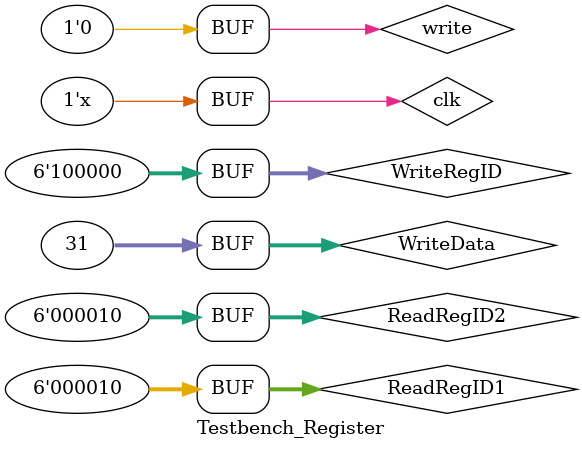
<source format=v>
`timescale 100ns / 10ns


module Testbench_Register();
reg clk, write;
reg [5:0] ReadRegID1,ReadRegID2, WriteRegID;
reg [31:0] WriteData;
wire [31:0]ReadData1, ReadData2;

always #0.5 clk = ~clk;
Register register(.clk(clk), .write(write), .ReadRegID1(ReadRegID1),.ReadRegID2(ReadRegID2), .WriteRegID(WriteRegID), .WriteData(WriteData), .ReadData1(ReadData1), .ReadData2(ReadData2));
initial
    begin
        clk = 1;
        write = 0;
        WriteRegID = 6'd1;
        push(32'd1);
        WriteRegID = 6'd2;
        push(32'd2);
        WriteRegID = 6'd3;
        push(32'd3);
        WriteRegID = 6'd4;
        push(32'd4);
        WriteRegID = 6'd6;
        push(32'd5);
        WriteRegID = 6'd7;
        push(32'd6);
        WriteRegID = 6'd8;
        push(32'd7);
        WriteRegID = 6'd9;
        push(32'd8);
        WriteRegID = 6'd10;
        push(32'd9);
        WriteRegID = 6'd11;
        push(32'd10);
        WriteRegID = 6'd12;
        push(32'd11);
        WriteRegID = 6'd13;
        push(32'd12);
        WriteRegID = 6'd14;
        push(32'd13);
        WriteRegID = 6'd15;
        push(32'd14);
        WriteRegID = 6'd16;
        push(32'd15);
        WriteRegID = 6'd17;
        push(32'd16);
        WriteRegID = 6'd18;
        push(32'd17);
        WriteRegID = 6'd19;
        push(32'd18);
        WriteRegID = 6'd20;
        push(32'd19);
        WriteRegID = 6'd21;
        push(32'd20);
        WriteRegID = 6'd22;
        push(32'd21);
        WriteRegID = 6'd23;
        push(32'd22);
        WriteRegID = 6'd24;
        push(32'd23);
        WriteRegID = 6'd25;
        push(32'd24);
        WriteRegID = 6'd26;
        push(32'd25);
        WriteRegID = 6'd27;
        push(32'd26);
        WriteRegID = 6'd28;
        push(32'd27);
        WriteRegID = 6'd29;
        push(32'd28);
        WriteRegID = 6'd30;
        push(32'd29);
        WriteRegID = 6'd31;
        push(32'd30);
        WriteRegID = 6'd32;
        push(32'd31);
        ReadRegID1 = 6'd1;
        #1
        //ReadRegID1 = 6'd32;
        //ReadRegID2 = 6'd1;
        ReadRegID1 = 6'd2;
        ReadRegID2 = 6'd2;
        //WriteRegID = 6'd10;
    end
    
task push;
        input[31:0] data;
            begin
                $display("Pushed ",data );
                WriteData = data;
                write = 1;
                //@(posedge clk);
                #1 write = 0;
            end    
    endtask
endmodule

</source>
